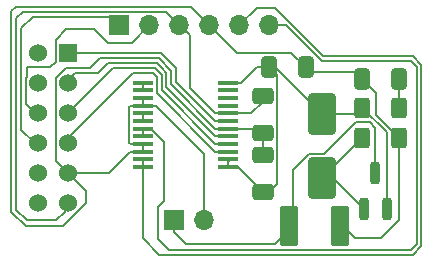
<source format=gbr>
%TF.GenerationSoftware,KiCad,Pcbnew,8.0.3*%
%TF.CreationDate,2024-07-01T14:28:36-05:00*%
%TF.ProjectId,Cartpole_HBridge,43617274-706f-46c6-955f-484272696467,rev?*%
%TF.SameCoordinates,Original*%
%TF.FileFunction,Copper,L1,Top*%
%TF.FilePolarity,Positive*%
%FSLAX46Y46*%
G04 Gerber Fmt 4.6, Leading zero omitted, Abs format (unit mm)*
G04 Created by KiCad (PCBNEW 8.0.3) date 2024-07-01 14:28:36*
%MOMM*%
%LPD*%
G01*
G04 APERTURE LIST*
G04 Aperture macros list*
%AMRoundRect*
0 Rectangle with rounded corners*
0 $1 Rounding radius*
0 $2 $3 $4 $5 $6 $7 $8 $9 X,Y pos of 4 corners*
0 Add a 4 corners polygon primitive as box body*
4,1,4,$2,$3,$4,$5,$6,$7,$8,$9,$2,$3,0*
0 Add four circle primitives for the rounded corners*
1,1,$1+$1,$2,$3*
1,1,$1+$1,$4,$5*
1,1,$1+$1,$6,$7*
1,1,$1+$1,$8,$9*
0 Add four rect primitives between the rounded corners*
20,1,$1+$1,$2,$3,$4,$5,0*
20,1,$1+$1,$4,$5,$6,$7,0*
20,1,$1+$1,$6,$7,$8,$9,0*
20,1,$1+$1,$8,$9,$2,$3,0*%
G04 Aperture macros list end*
%TA.AperFunction,SMDPad,CuDef*%
%ADD10RoundRect,0.250000X-0.537500X-1.450000X0.537500X-1.450000X0.537500X1.450000X-0.537500X1.450000X0*%
%TD*%
%TA.AperFunction,SMDPad,CuDef*%
%ADD11RoundRect,0.250000X-0.900000X1.500000X-0.900000X-1.500000X0.900000X-1.500000X0.900000X1.500000X0*%
%TD*%
%TA.AperFunction,SMDPad,CuDef*%
%ADD12RoundRect,0.250000X-0.650000X0.412500X-0.650000X-0.412500X0.650000X-0.412500X0.650000X0.412500X0*%
%TD*%
%TA.AperFunction,SMDPad,CuDef*%
%ADD13RoundRect,0.250000X-0.412500X-0.650000X0.412500X-0.650000X0.412500X0.650000X-0.412500X0.650000X0*%
%TD*%
%TA.AperFunction,SMDPad,CuDef*%
%ADD14RoundRect,0.250000X-0.400000X-0.625000X0.400000X-0.625000X0.400000X0.625000X-0.400000X0.625000X0*%
%TD*%
%TA.AperFunction,SMDPad,CuDef*%
%ADD15R,1.750000X0.450000*%
%TD*%
%TA.AperFunction,ComponentPad*%
%ADD16R,1.524000X1.524000*%
%TD*%
%TA.AperFunction,ComponentPad*%
%ADD17C,1.524000*%
%TD*%
%TA.AperFunction,SMDPad,CuDef*%
%ADD18RoundRect,0.200000X0.200000X-0.750000X0.200000X0.750000X-0.200000X0.750000X-0.200000X-0.750000X0*%
%TD*%
%TA.AperFunction,SMDPad,CuDef*%
%ADD19RoundRect,0.250000X0.412500X0.650000X-0.412500X0.650000X-0.412500X-0.650000X0.412500X-0.650000X0*%
%TD*%
%TA.AperFunction,ComponentPad*%
%ADD20R,1.700000X1.700000*%
%TD*%
%TA.AperFunction,ComponentPad*%
%ADD21O,1.700000X1.700000*%
%TD*%
%TA.AperFunction,SMDPad,CuDef*%
%ADD22RoundRect,0.250000X0.650000X-0.412500X0.650000X0.412500X-0.650000X0.412500X-0.650000X-0.412500X0*%
%TD*%
%TA.AperFunction,Conductor*%
%ADD23C,0.200000*%
%TD*%
G04 APERTURE END LIST*
D10*
%TO.P,C4,1*%
%TO.N,Net-(Q1-D)*%
X67725000Y-74000000D03*
%TO.P,C4,2*%
%TO.N,GND*%
X72000000Y-74000000D03*
%TD*%
D11*
%TO.P,D1,1,K*%
%TO.N,Net-(D1-K)*%
X70500000Y-64500000D03*
%TO.P,D1,2,A*%
%TO.N,Net-(D1-A)*%
X70500000Y-69900000D03*
%TD*%
D12*
%TO.P,C5,1*%
%TO.N,VCC*%
X65500000Y-62975000D03*
%TO.P,C5,2*%
%TO.N,GND*%
X65500000Y-66100000D03*
%TD*%
D13*
%TO.P,C2,1*%
%TO.N,Net-(D1-K)*%
X65975000Y-60500000D03*
%TO.P,C2,2*%
%TO.N,GND*%
X69100000Y-60500000D03*
%TD*%
D14*
%TO.P,R2,1*%
%TO.N,Net-(D1-K)*%
X73900000Y-64000000D03*
%TO.P,R2,2*%
%TO.N,Net-(C1-Pad1)*%
X77000000Y-64000000D03*
%TD*%
D15*
%TO.P,U1,1,AO1*%
%TO.N,Net-(U1-AO1-Pad1)*%
X55337500Y-61850000D03*
%TO.P,U1,2,AO1*%
X55337500Y-62500000D03*
%TO.P,U1,3,PGND1*%
%TO.N,GND*%
X55337500Y-63150000D03*
%TO.P,U1,4,PGND1*%
X55337500Y-63800000D03*
%TO.P,U1,5,AO2*%
%TO.N,Net-(U1-AO2-Pad5)*%
X55337500Y-64450000D03*
%TO.P,U1,6,AO2*%
X55337500Y-65100000D03*
%TO.P,U1,7,BO2*%
%TO.N,Net-(J3-Pin_6)*%
X55337500Y-65750000D03*
%TO.P,U1,8,BO2*%
X55337500Y-66400000D03*
%TO.P,U1,9,PGND2*%
%TO.N,GND*%
X55337500Y-67050000D03*
%TO.P,U1,10,PGND2*%
X55337500Y-67700000D03*
%TO.P,U1,11,BO1*%
%TO.N,Net-(J3-Pin_5)*%
X55337500Y-68350000D03*
%TO.P,U1,12,BO1*%
X55337500Y-69000000D03*
%TO.P,U1,13,VM2*%
%TO.N,Net-(D1-K)*%
X62537500Y-69000000D03*
%TO.P,U1,14,VM3*%
X62537500Y-68350000D03*
%TO.P,U1,15,PWMB*%
%TO.N,Net-(J1-Pin_4)*%
X62537500Y-67700000D03*
%TO.P,U1,16,BIN2*%
%TO.N,Net-(J1-Pin_3)*%
X62537500Y-67050000D03*
%TO.P,U1,17,BIN1*%
%TO.N,Net-(J1-Pin_2)*%
X62537500Y-66400000D03*
%TO.P,U1,18,GND*%
%TO.N,GND*%
X62537500Y-65750000D03*
%TO.P,U1,19,STBY*%
%TO.N,Net-(J1-Pin_1)*%
X62537500Y-65100000D03*
%TO.P,U1,20,VCC*%
%TO.N,VCC*%
X62537500Y-64450000D03*
%TO.P,U1,21,AIN1*%
%TO.N,unconnected-(U1-AIN1-Pad21)*%
X62537500Y-63800000D03*
%TO.P,U1,22,AIN2*%
%TO.N,unconnected-(U1-AIN2-Pad22)*%
X62537500Y-63150000D03*
%TO.P,U1,23,PWMA*%
%TO.N,unconnected-(U1-PWMA-Pad23)*%
X62537500Y-62500000D03*
%TO.P,U1,24,VM1*%
%TO.N,Net-(D1-K)*%
X62537500Y-61850000D03*
%TD*%
D16*
%TO.P,J1,1,Pin_1*%
%TO.N,Net-(J1-Pin_1)*%
X49000000Y-59370000D03*
D17*
%TO.P,J1,2,Pin_2*%
%TO.N,Net-(J1-Pin_2)*%
X49000000Y-61910000D03*
%TO.P,J1,3,Pin_3*%
%TO.N,Net-(J1-Pin_3)*%
X49000000Y-64450000D03*
%TO.P,J1,4,Pin_4*%
%TO.N,Net-(J1-Pin_4)*%
X49000000Y-66990000D03*
%TO.P,J1,5,Pin_5*%
%TO.N,GND*%
X49000000Y-69530000D03*
%TO.P,J1,6,Pin_6*%
%TO.N,VCC*%
X49000000Y-72070000D03*
%TO.P,J1,7,Pin_7*%
%TO.N,unconnected-(J1-Pin_7-Pad7)*%
X46460000Y-59370000D03*
%TO.P,J1,8,Pin_8*%
%TO.N,unconnected-(J1-Pin_8-Pad8)*%
X46460000Y-61910000D03*
%TO.P,J1,9,Pin_9*%
%TO.N,Net-(J1-Pin_9)*%
X46460000Y-64450000D03*
%TO.P,J1,10,Pin_10*%
%TO.N,Net-(J1-Pin_10)*%
X46460000Y-66990000D03*
%TO.P,J1,11,Pin_11*%
%TO.N,unconnected-(J1-Pin_11-Pad11)*%
X46460000Y-69530000D03*
%TO.P,J1,12,Pin_12*%
%TO.N,unconnected-(J1-Pin_12-Pad12)*%
X46460000Y-72070000D03*
%TD*%
D18*
%TO.P,Q1,1,G*%
%TO.N,Net-(D1-A)*%
X74050000Y-72500000D03*
%TO.P,Q1,2,S*%
%TO.N,Net-(D1-K)*%
X75950000Y-72500000D03*
%TO.P,Q1,3,D*%
%TO.N,Net-(Q1-D)*%
X75000000Y-69500000D03*
%TD*%
D19*
%TO.P,C1,1*%
%TO.N,Net-(C1-Pad1)*%
X77000000Y-61500000D03*
%TO.P,C1,2*%
%TO.N,GND*%
X73875000Y-61500000D03*
%TD*%
D20*
%TO.P,J2,1*%
%TO.N,Net-(Q1-D)*%
X57960000Y-73500000D03*
D21*
%TO.P,J2,2*%
%TO.N,GND*%
X60500000Y-73500000D03*
%TD*%
D20*
%TO.P,J3,1,Pin_1*%
%TO.N,Net-(J1-Pin_10)*%
X53340000Y-57000000D03*
D21*
%TO.P,J3,2,Pin_2*%
%TO.N,Net-(J1-Pin_9)*%
X55880000Y-57000000D03*
%TO.P,J3,3,Pin_3*%
%TO.N,VCC*%
X58420000Y-57000000D03*
%TO.P,J3,4,Pin_4*%
%TO.N,GND*%
X60960000Y-57000000D03*
%TO.P,J3,5,Pin_5*%
%TO.N,Net-(J3-Pin_5)*%
X63500000Y-57000000D03*
%TO.P,J3,6,Pin_6*%
%TO.N,Net-(J3-Pin_6)*%
X66040000Y-57000000D03*
%TD*%
D14*
%TO.P,R1,1*%
%TO.N,Net-(D1-A)*%
X73900000Y-66500000D03*
%TO.P,R1,2*%
%TO.N,GND*%
X77000000Y-66500000D03*
%TD*%
D22*
%TO.P,C3,1*%
%TO.N,Net-(D1-K)*%
X65500000Y-71125000D03*
%TO.P,C3,2*%
%TO.N,GND*%
X65500000Y-68000000D03*
%TD*%
D23*
%TO.N,Net-(D1-K)*%
X63375000Y-69000000D02*
X62537500Y-69000000D01*
X65500000Y-71125000D02*
X63375000Y-69000000D01*
X62537500Y-69000000D02*
X62537500Y-68350000D01*
%TO.N,Net-(J3-Pin_6)*%
X70447244Y-60000000D02*
X67447244Y-57000000D01*
X78000000Y-60000000D02*
X70447244Y-60000000D01*
X67447244Y-57000000D02*
X66040000Y-57000000D01*
X78500000Y-60500000D02*
X78000000Y-60000000D01*
X78500000Y-75499999D02*
X78500000Y-60500000D01*
X57500000Y-76000000D02*
X77999999Y-76000000D01*
X56600000Y-75100000D02*
X57500000Y-76000000D01*
X77999999Y-76000000D02*
X78500000Y-75499999D01*
X56600000Y-72400000D02*
X56600000Y-75100000D01*
X57137500Y-71862500D02*
X56600000Y-72400000D01*
X57137500Y-66900000D02*
X57137500Y-71862500D01*
X55987500Y-65750000D02*
X57137500Y-66900000D01*
X55337500Y-65750000D02*
X55987500Y-65750000D01*
%TO.N,Net-(Q1-D)*%
X75000000Y-65665686D02*
X75000000Y-69500000D01*
X74509314Y-65175000D02*
X75000000Y-65665686D01*
X73325000Y-65175000D02*
X74509314Y-65175000D01*
X68000000Y-69215256D02*
X69365256Y-67850000D01*
X69365256Y-67850000D02*
X70650000Y-67850000D01*
X68000000Y-74000000D02*
X68000000Y-69215256D01*
X58980000Y-75500000D02*
X66500000Y-75500000D01*
X66500000Y-75500000D02*
X68000000Y-74000000D01*
X57960000Y-74480000D02*
X58980000Y-75500000D01*
X70650000Y-67850000D02*
X73325000Y-65175000D01*
X57960000Y-73500000D02*
X57960000Y-74480000D01*
%TO.N,GND*%
X56412500Y-63800000D02*
X55337500Y-63800000D01*
X60500000Y-73500000D02*
X60500000Y-67887500D01*
X60500000Y-67887500D02*
X56412500Y-63800000D01*
X75500000Y-75000000D02*
X73275000Y-75000000D01*
X77000000Y-73500000D02*
X75500000Y-75000000D01*
X73275000Y-75000000D02*
X72275000Y-74000000D01*
X77000000Y-66500000D02*
X77000000Y-73500000D01*
%TO.N,Net-(D1-K)*%
X66700000Y-70425000D02*
X66700000Y-61225000D01*
X65500000Y-71625000D02*
X66700000Y-70425000D01*
X66700000Y-61225000D02*
X65975000Y-60500000D01*
%TO.N,GND*%
X65500000Y-66100000D02*
X65500000Y-68500000D01*
X63400000Y-65750000D02*
X65650000Y-65750000D01*
%TO.N,Net-(D1-K)*%
X62687500Y-68500000D02*
X62537500Y-68350000D01*
%TO.N,Net-(J3-Pin_5)*%
X65000000Y-55500000D02*
X63500000Y-57000000D01*
X66512930Y-55500000D02*
X65000000Y-55500000D01*
X78165686Y-59600000D02*
X70612930Y-59600000D01*
X78165685Y-76400000D02*
X78900000Y-75665685D01*
X78900000Y-60334314D02*
X78165686Y-59600000D01*
X56700000Y-76400000D02*
X78165685Y-76400000D01*
X78900000Y-75665685D02*
X78900000Y-60334314D01*
X55337500Y-75037500D02*
X56700000Y-76400000D01*
X55337500Y-69000000D02*
X55337500Y-75037500D01*
X70612930Y-59600000D02*
X66512930Y-55500000D01*
%TO.N,Net-(C1-Pad1)*%
X77000000Y-61500000D02*
X77000000Y-64000000D01*
%TO.N,GND*%
X48571895Y-74000000D02*
X50500000Y-72071895D01*
X51664314Y-59770000D02*
X50834314Y-60600000D01*
X67900000Y-59300000D02*
X63260000Y-59300000D01*
X68500000Y-60925000D02*
X69675000Y-60925000D01*
X61462500Y-65750000D02*
X57712500Y-62000000D01*
X48808105Y-60600000D02*
X47938000Y-61470105D01*
X55337500Y-63800000D02*
X54262500Y-63800000D01*
X75075000Y-64575000D02*
X75075000Y-62700000D01*
X60960000Y-57000000D02*
X62460000Y-58500000D01*
X59410000Y-55450000D02*
X44550000Y-55450000D01*
X50500000Y-72071895D02*
X50500000Y-71030000D01*
X74009314Y-61950000D02*
X74009314Y-61337070D01*
X44550000Y-55450000D02*
X44198000Y-55802000D01*
X45434314Y-74000000D02*
X48571895Y-74000000D01*
X69100000Y-60500000D02*
X67900000Y-59300000D01*
X57712500Y-60827943D02*
X56654557Y-59770000D01*
X56654557Y-59770000D02*
X51664314Y-59770000D01*
X44198000Y-55802000D02*
X44198000Y-72763686D01*
X50834314Y-60600000D02*
X48808105Y-60600000D01*
X54262500Y-63800000D02*
X54162500Y-63900000D01*
X47938000Y-68468000D02*
X49000000Y-69530000D01*
X47938000Y-61470105D02*
X47938000Y-68468000D01*
X57712500Y-62000000D02*
X57712500Y-60827943D01*
X54162500Y-63900000D02*
X54162500Y-66925000D01*
X75075000Y-62700000D02*
X73875000Y-61500000D01*
X55337500Y-63800000D02*
X55337500Y-63150000D01*
X60960000Y-57000000D02*
X59410000Y-55450000D01*
X74009314Y-61337070D02*
X73597244Y-60925000D01*
X55337500Y-67700000D02*
X54262500Y-67700000D01*
X54162500Y-66925000D02*
X54287500Y-67050000D01*
X54262500Y-67700000D02*
X52432500Y-69530000D01*
X62460000Y-58500000D02*
X62500000Y-58500000D01*
X63260000Y-59300000D02*
X60960000Y-57000000D01*
X44198000Y-72763686D02*
X45434314Y-74000000D01*
X54287500Y-67050000D02*
X55337500Y-67050000D01*
X68575000Y-61000000D02*
X68500000Y-60925000D01*
X55337500Y-67700000D02*
X55337500Y-67050000D01*
X73597244Y-60925000D02*
X69675000Y-60925000D01*
X50500000Y-71030000D02*
X49000000Y-69530000D01*
X52432500Y-69530000D02*
X49000000Y-69530000D01*
X77000000Y-66500000D02*
X75075000Y-64575000D01*
X62537500Y-65750000D02*
X61462500Y-65750000D01*
%TO.N,Net-(D1-K)*%
X62637500Y-61950000D02*
X62537500Y-61850000D01*
X65975000Y-60500000D02*
X65000000Y-60500000D01*
X66500000Y-60500000D02*
X70500000Y-64500000D01*
X75950000Y-66050000D02*
X73900000Y-64000000D01*
X75950000Y-72500000D02*
X75950000Y-66050000D01*
X63650000Y-61850000D02*
X62537500Y-61850000D01*
X65975000Y-60500000D02*
X66500000Y-60500000D01*
X73400000Y-64500000D02*
X73900000Y-64000000D01*
X65000000Y-60500000D02*
X63650000Y-61850000D01*
X62587500Y-68950000D02*
X62537500Y-69000000D01*
X70500000Y-64500000D02*
X73400000Y-64500000D01*
%TO.N,VCC*%
X59270000Y-57850000D02*
X58420000Y-57000000D01*
X44598000Y-56402000D02*
X45150000Y-55850000D01*
X44598000Y-72598000D02*
X44598000Y-56402000D01*
X62537500Y-64450000D02*
X61462500Y-64450000D01*
X64500000Y-64450000D02*
X62537500Y-64450000D01*
X65500000Y-63450000D02*
X64500000Y-64450000D01*
X48700000Y-72800000D02*
X48000000Y-73500000D01*
X59270000Y-62257500D02*
X59270000Y-57850000D01*
X48700000Y-72070000D02*
X48700000Y-72800000D01*
X65500000Y-62975000D02*
X65500000Y-63450000D01*
X57270000Y-55850000D02*
X58420000Y-57000000D01*
X45500000Y-73500000D02*
X44598000Y-72598000D01*
X48000000Y-73500000D02*
X45500000Y-73500000D01*
X61462500Y-64450000D02*
X59270000Y-62257500D01*
X45150000Y-55850000D02*
X57270000Y-55850000D01*
%TO.N,Net-(D1-A)*%
X74050000Y-72500000D02*
X71450000Y-69900000D01*
X73900000Y-66500000D02*
X70500000Y-69900000D01*
X71000000Y-69450000D02*
X70475000Y-69975000D01*
X69900000Y-68350000D02*
X71000000Y-69450000D01*
X71450000Y-69900000D02*
X70500000Y-69900000D01*
%TO.N,Net-(J1-Pin_2)*%
X56909435Y-60590565D02*
X56488870Y-60170000D01*
X51500000Y-61000000D02*
X49610000Y-61000000D01*
X61462500Y-66400000D02*
X57312500Y-62250000D01*
X52330000Y-60170000D02*
X51500000Y-61000000D01*
X56488870Y-60170000D02*
X52330000Y-60170000D01*
X62537500Y-66400000D02*
X61462500Y-66400000D01*
X49610000Y-61000000D02*
X48700000Y-61910000D01*
X57312500Y-60993629D02*
X56909435Y-60590565D01*
X57312500Y-62250000D02*
X57312500Y-60993629D01*
%TO.N,Net-(J1-Pin_1)*%
X58112500Y-61750000D02*
X61462500Y-65100000D01*
X58112500Y-60612500D02*
X58112500Y-61750000D01*
X48700000Y-59370000D02*
X56870000Y-59370000D01*
X56870000Y-59370000D02*
X58112500Y-60612500D01*
X61462500Y-65100000D02*
X62537500Y-65100000D01*
%TO.N,Net-(J1-Pin_4)*%
X61462500Y-67700000D02*
X56512500Y-62750000D01*
X56210907Y-61023408D02*
X54476592Y-61023408D01*
X62537500Y-67700000D02*
X61462500Y-67700000D01*
X49000000Y-66500000D02*
X49000000Y-66990000D01*
X54476592Y-61023408D02*
X49000000Y-66500000D01*
X56512500Y-62750000D02*
X56512500Y-61325000D01*
X56512500Y-61325000D02*
X56210907Y-61023408D01*
%TO.N,Net-(J1-Pin_10)*%
X44998000Y-65828000D02*
X46160000Y-66990000D01*
X46000000Y-56250000D02*
X44998000Y-57252000D01*
X52590000Y-56250000D02*
X46000000Y-56250000D01*
X53340000Y-57000000D02*
X52590000Y-56250000D01*
X44998000Y-57252000D02*
X44998000Y-65828000D01*
%TO.N,Net-(J1-Pin_9)*%
X55880000Y-57000000D02*
X54380000Y-58500000D01*
X47938000Y-58212000D02*
X48822500Y-57327500D01*
X47938000Y-60062000D02*
X47938000Y-58212000D01*
X48822500Y-57327500D02*
X51172500Y-57327500D01*
X45500000Y-60500000D02*
X45500000Y-61368105D01*
X45500000Y-60500000D02*
X47500000Y-60500000D01*
X45398000Y-63688000D02*
X46160000Y-64450000D01*
X54380000Y-58500000D02*
X52345000Y-58500000D01*
X52345000Y-58500000D02*
X51172500Y-57327500D01*
X45500000Y-61368105D02*
X45398000Y-61470105D01*
X47500000Y-60500000D02*
X47938000Y-60062000D01*
X45398000Y-61470105D02*
X45398000Y-63688000D01*
%TO.N,Net-(J1-Pin_3)*%
X56912500Y-61159315D02*
X56376592Y-60623408D01*
X61462500Y-67050000D02*
X56912500Y-62500000D01*
X48700000Y-64365686D02*
X48700000Y-64450000D01*
X62537500Y-67050000D02*
X61462500Y-67050000D01*
X52826592Y-60623408D02*
X49000000Y-64450000D01*
X56376592Y-60623408D02*
X52826592Y-60623408D01*
X56912500Y-62500000D02*
X56912500Y-61159315D01*
%TO.N,Net-(J3-Pin_5)*%
X55337500Y-68350000D02*
X55337500Y-69000000D01*
%TO.N,Net-(J3-Pin_6)*%
X55337500Y-65750000D02*
X55337500Y-66400000D01*
%TO.N,Net-(U1-AO2-Pad5)*%
X55337500Y-65100000D02*
X55337500Y-64450000D01*
%TO.N,Net-(U1-AO1-Pad1)*%
X55337500Y-61850000D02*
X55337500Y-62500000D01*
%TD*%
M02*

</source>
